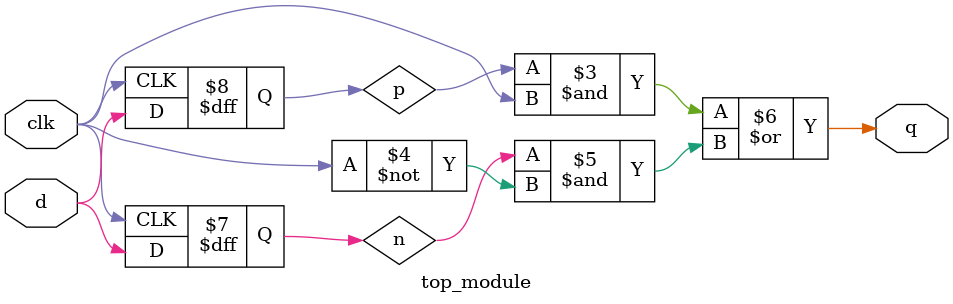
<source format=v>
module top_module (
    input clk,
    input d,
    output q
);
	reg p, n;
    
    always @(posedge clk)
        p <= d;
    
    always @(negedge clk) 
        n <= d;

    assign q = (p & clk) | (n & ~clk);
    
endmodule
</source>
